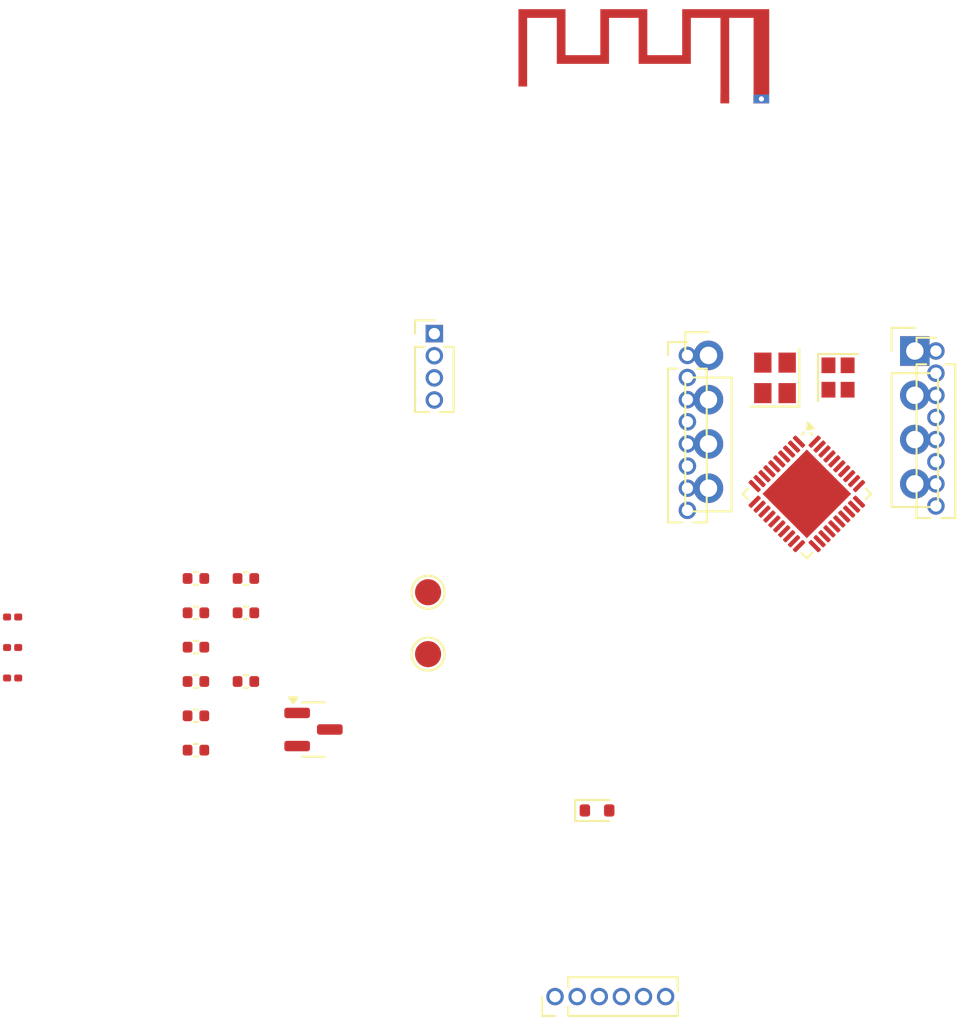
<source format=kicad_pcb>
(kicad_pcb (version 20240108) (generator "pcbnew") (generator_version "8.0")
  (layers (0 "F.Cu" signal) (31 "B.Cu" signal) (34 "B.Paste" user) (35 "F.Paste" user) (36 "B.SilkS" user "B.Silkscreen") (37 "F.SilkS" user "F.Silkscreen") (38 "B.Mask" user) (39 "F.Mask" user) (44 "Edge.Cuts" user))
  (net 0 "")
  (net 1 "GND")
  (net 2 "+5V")
  (net 3 "+3V3")
  (net 4 "XTAL_P")
  (net 5 "XTAL_N")
  (net 6 "32XTAL_P")
  (net 7 "32XTAL_N")
  (net 8 "GPIO17")
  (net 9 "USB_D-")
  (net 10 "USB_D+")
  (net 11 "GPIO16")
  (net 12 "GPIO9")
  (net 13 "EN")
  (net 14 "GPIO5")
  (net 15 "GPIO8")
  (net 16 "GPIO3")
  (net 17 "GPIO10")
  (net 18 "GPIO7")
  (net 19 "GPIO6")
  (net 20 "GPIO2")
  (net 21 "GPIO4")
  (net 22 "GPIO19")
  (net 23 "GPIO22")
  (net 24 "GPIO18")
  (net 25 "GPIO23")
  (net 26 "GPIO11")
  (net 27 "GPIO21")
  (net 28 "GPIO20")
  (net 29 "GPIO26")
  (net 30 "GPIO28")
  (net 31 "GPIO25")
  (net 32 "GPIO24")
  (net 33 "GPIO29")
  (net 34 "GPIO15")
  (net 35 "GPIO30")
  (net 36 "GPIO27")
  (net 37 "Net-(D1-K)")
  (net 38 "Net-(ANT1-Pad1)")
  (net 39 "Antenna")
  (footprint "Connector_PinHeader_1.27mm:PinHeader_1x04_P1.27mm_Vertical" (layer "F.Cu") (at 85.47 33.43)
    (property "Reference" "J5" (hide yes))
    (property "Value" "Conn_01x04" (hide yes))
    (fp_line (start -1.11 -0.76) (end 0 -0.76) (stroke (width 0.12)) (layer "F.SilkS"))
    (fp_line (start -1.11 0) (end -1.11 -0.76) (stroke (width 0.12)) (layer "F.SilkS"))
    (fp_line (start -1.11 0.76) (end -1.11 4.505) (stroke (width 0.12)) (layer "F.SilkS"))
    (fp_line (start -1.11 0.76) (end -0.563471 0.76) (stroke (width 0.12)) (layer "F.SilkS"))
    (fp_line (start -1.11 4.505) (end -0.30753 4.505) (stroke (width 0.12)) (layer "F.SilkS"))
    (fp_line (start 0.30753 4.505) (end 1.11 4.505) (stroke (width 0.12)) (layer "F.SilkS"))
    (fp_line (start 0.563471 0.76) (end 1.11 0.76) (stroke (width 0.12)) (layer "F.SilkS"))
    (fp_line (start 1.11 0.76) (end 1.11 4.505) (stroke (width 0.12)) (layer "F.SilkS"))
    (pad "1" thru_hole rect (at 0 0) (size 1 1) (drill 0.65) (layers "*.Cu" "*.Mask") (net 2 "+5V"))
    (pad "2" thru_hole oval (at 0 1.27) (size 1 1) (drill 0.65) (layers "*.Cu" "*.Mask") (net 3 "+3V3"))
    (pad "3" thru_hole oval (at 0 2.54) (size 1 1) (drill 0.65) (layers "*.Cu" "*.Mask") (net 3 "+3V3"))
    (pad "4" thru_hole oval (at 0 3.81) (size 1 1) (drill 0.65) (layers "*.Cu" "*.Mask") (net 1 "GND"))
  )
  (footprint "Capacitor_SMD:C_0201_0603Metric" (layer "F.Cu") (at 61.255 51.44)
    (property "Reference" "C13" (hide yes))
    (property "Value" "3.3pF" (hide yes))
    (pad "1" smd roundrect (at -0.32 0) (size 0.46 0.4) (layers "F.Cu" "F.Mask") (net 39 "Antenna"))
    (pad "2" smd roundrect (at 0.32 0) (size 0.46 0.4) (layers "F.Cu" "F.Mask") (net 1 "GND"))
  )
  (footprint "Capacitor_SMD:C_0402_1005Metric" (layer "F.Cu") (at 71.78 55.36)
    (property "Reference" "C5" (hide yes))
    (property "Value" "22pf" (hide yes))
    (fp_line (start -0.107836 -0.36) (end 0.107836 -0.36) (stroke (width 0.12)) (layer "F.SilkS"))
    (fp_line (start -0.107836 0.36) (end 0.107836 0.36) (stroke (width 0.12)) (layer "F.SilkS"))
    (pad "1" smd roundrect (at -0.48 0) (size 0.56 0.62) (layers "F.Cu" "F.Paste" "F.Mask") (net 6 "32XTAL_P"))
    (pad "2" smd roundrect (at 0.48 0) (size 0.56 0.62) (layers "F.Cu" "F.Paste" "F.Mask") (net 1 "GND"))
  )
  (footprint "Connector_PinHeader_1.27mm:PinHeader_1x08_P1.27mm_Vertical" (layer "F.Cu") (at 114.27 34.43)
    (property "Reference" "J3" (hide yes))
    (property "Value" "Conn_01x08" (hide yes))
    (fp_line (start -1.11 -0.76) (end 0 -0.76) (stroke (width 0.12)) (layer "F.SilkS"))
    (fp_line (start -1.11 0) (end -1.11 -0.76) (stroke (width 0.12)) (layer "F.SilkS"))
    (fp_line (start -1.11 0.76) (end -1.11 9.585) (stroke (width 0.12)) (layer "F.SilkS"))
    (fp_line (start -1.11 0.76) (end -0.563471 0.76) (stroke (width 0.12)) (layer "F.SilkS"))
    (fp_line (start -1.11 9.585) (end -0.30753 9.585) (stroke (width 0.12)) (layer "F.SilkS"))
    (fp_line (start 0.30753 9.585) (end 1.11 9.585) (stroke (width 0.12)) (layer "F.SilkS"))
    (fp_line (start 0.563471 0.76) (end 1.11 0.76) (stroke (width 0.12)) (layer "F.SilkS"))
    (fp_line (start 1.11 0.76) (end 1.11 9.585) (stroke (width 0.12)) (layer "F.SilkS"))
    (pad "1" thru_hole circle (at 0 0) (size 1 1) (drill 0.65) (layers "*.Cu" "*.Mask") (net 1 "GND"))
    (pad "2" thru_hole oval (at 0 1.27) (size 1 1) (drill 0.65) (layers "*.Cu" "*.Mask") (net 26 "GPIO11"))
    (pad "3" thru_hole oval (at 0 2.54) (size 1 1) (drill 0.65) (layers "*.Cu" "*.Mask") (net 24 "GPIO18"))
    (pad "4" thru_hole oval (at 0 3.81) (size 1 1) (drill 0.65) (layers "*.Cu" "*.Mask") (net 22 "GPIO19"))
    (pad "5" thru_hole oval (at 0 5.08) (size 1 1) (drill 0.65) (layers "*.Cu" "*.Mask") (net 28 "GPIO20"))
    (pad "6" thru_hole oval (at 0 6.35) (size 1 1) (drill 0.65) (layers "*.Cu" "*.Mask") (net 27 "GPIO21"))
    (pad "7" thru_hole oval (at 0 7.62) (size 1 1) (drill 0.65) (layers "*.Cu" "*.Mask") (net 23 "GPIO22"))
    (pad "8" thru_hole oval (at 0 8.89) (size 1 1) (drill 0.65) (layers "*.Cu" "*.Mask") (net 25 "GPIO23"))
  )
  (footprint "Capacitor_SMD:C_0402_1005Metric" (layer "F.Cu") (at 74.65 49.45)
    (property "Reference" "C8" (hide yes))
    (property "Value" "1uf" (hide yes))
    (fp_line (start -0.107836 -0.36) (end 0.107836 -0.36) (stroke (width 0.12)) (layer "F.SilkS"))
    (fp_line (start -0.107836 0.36) (end 0.107836 0.36) (stroke (width 0.12)) (layer "F.SilkS"))
    (pad "1" smd roundrect (at -0.48 0) (size 0.56 0.62) (layers "F.Cu" "F.Paste" "F.Mask") (net 3 "+3V3"))
    (pad "2" smd roundrect (at 0.48 0) (size 0.56 0.62) (layers "F.Cu" "F.Paste" "F.Mask") (net 1 "GND"))
  )
  (footprint "Capacitor_SMD:C_0402_1005Metric" (layer "F.Cu") (at 71.78 53.39)
    (property "Reference" "C4" (hide yes))
    (property "Value" "22pF" (hide yes))
    (fp_line (start -0.107836 -0.36) (end 0.107836 -0.36) (stroke (width 0.12)) (layer "F.SilkS"))
    (fp_line (start -0.107836 0.36) (end 0.107836 0.36) (stroke (width 0.12)) (layer "F.SilkS"))
    (pad "1" smd roundrect (at -0.48 0) (size 0.56 0.62) (layers "F.Cu" "F.Paste" "F.Mask") (net 5 "XTAL_N"))
    (pad "2" smd roundrect (at 0.48 0) (size 0.56 0.62) (layers "F.Cu" "F.Paste" "F.Mask") (net 1 "GND"))
  )
  (footprint "Crystal:Crystal_SMD_2520-4Pin_2.5x2.0mm" (layer "F.Cu") (at 105.03 35.97 90)
    (property "Reference" "Y2" (hide yes))
    (property "Value" "SX2M32.768KM20F30TNN" (hide yes))
    (fp_line (start -1.65 -1.4) (end -1.65 1.4) (stroke (width 0.12)) (layer "F.SilkS"))
    (fp_line (start -1.65 1.4) (end 1.65 1.4) (stroke (width 0.12)) (layer "F.SilkS"))
    (pad "1" smd rect (at -0.875 0.7 90) (size 1.15 1) (layers "F.Cu" "F.Paste" "F.Mask") (net 6 "32XTAL_P"))
    (pad "2" smd rect (at 0.875 0.7 90) (size 1.15 1) (layers "F.Cu" "F.Paste" "F.Mask") (net 1 "GND"))
    (pad "3" smd rect (at 0.875 -0.7 90) (size 1.15 1) (layers "F.Cu" "F.Paste" "F.Mask") (net 7 "32XTAL_N"))
    (pad "4" smd rect (at -0.875 -0.7 90) (size 1.15 1) (layers "F.Cu" "F.Paste" "F.Mask") (net 1 "GND"))
  )
  (footprint "Package_DFN_QFN:QFN-40-1EP_5x5mm_P0.4mm_EP3.6x3.6mm" (layer "F.Cu") (at 106.859219 42.626365 -45)
    (property "Reference" "MCU1" (hide yes))
    (property "Value" "ESP32-C6" (hide yes))
    (fp_line (start -2.61 2.61) (end -2.61 2.185) (stroke (width 0.12)) (layer "F.SilkS"))
    (fp_line (start -2.185 2.61) (end -2.61 2.61) (stroke (width 0.12)) (layer "F.SilkS"))
    (fp_line (start -2.61 -2.185) (end -2.61 -2.37) (stroke (width 0.12)) (layer "F.SilkS"))
    (fp_line (start 2.185 2.61) (end 2.61 2.61) (stroke (width 0.12)) (layer "F.SilkS"))
    (fp_line (start 2.61 2.61) (end 2.61 2.185) (stroke (width 0.12)) (layer "F.SilkS"))
    (fp_line (start -2.185 -2.61) (end -2.31 -2.61) (stroke (width 0.12)) (layer "F.SilkS"))
    (fp_line (start 2.185 -2.61) (end 2.61 -2.61) (stroke (width 0.12)) (layer "F.SilkS"))
    (fp_line (start 2.61 -2.61) (end 2.61 -2.185) (stroke (width 0.12)) (layer "F.SilkS"))
    (fp_poly (pts (xy -2.61 -2.61) (xy -2.85 -2.94) (xy -2.37 -2.94) (xy -2.61 -2.61)) (stroke (width 0.12)) (fill solid) (layer "F.SilkS"))
    (pad "1" smd roundrect (at -2.4375 -1.8 315) (size 0.825 0.25) (layers "F.Cu" "F.Paste" "F.Mask") (net 39 "Antenna"))
    (pad "2" smd roundrect (at -2.4375 -1.4 315) (size 0.825 0.25) (layers "F.Cu" "F.Paste" "F.Mask") (net 3 "+3V3"))
    (pad "3" smd roundrect (at -2.4375 -1 315) (size 0.825 0.25) (layers "F.Cu" "F.Paste" "F.Mask") (net 3 "+3V3"))
    (pad "4" smd roundrect (at -2.4375 -0.6 315) (size 0.825 0.25) (layers "F.Cu" "F.Paste" "F.Mask") (net 13 "EN"))
    (pad "5" smd roundrect (at -2.4375 -0.2 315) (size 0.825 0.25) (layers "F.Cu" "F.Paste" "F.Mask") (net 3 "+3V3"))
    (pad "6" smd roundrect (at -2.4375 0.2 315) (size 0.825 0.25) (layers "F.Cu" "F.Paste" "F.Mask") (net 6 "32XTAL_P"))
    (pad "7" smd roundrect (at -2.4375 0.6 315) (size 0.825 0.25) (layers "F.Cu" "F.Paste" "F.Mask") (net 7 "32XTAL_N"))
    (pad "8" smd roundrect (at -2.4375 1 315) (size 0.825 0.25) (layers "F.Cu" "F.Paste" "F.Mask") (net 20 "GPIO2"))
    (pad "9" smd roundrect (at -2.4375 1.4 315) (size 0.825 0.25) (layers "F.Cu" "F.Paste" "F.Mask") (net 16 "GPIO3"))
    (pad "10" smd roundrect (at -2.4375 1.8 315) (size 0.825 0.25) (layers "F.Cu" "F.Paste" "F.Mask") (net 21 "GPIO4"))
    (pad "11" smd roundrect (at -1.8 2.4375 315) (size 0.25 0.825) (layers "F.Cu" "F.Paste" "F.Mask") (net 14 "GPIO5"))
    (pad "12" smd roundrect (at -1.4 2.4375 315) (size 0.25 0.825) (layers "F.Cu" "F.Paste" "F.Mask") (net 19 "GPIO6"))
    (pad "13" smd roundrect (at -1 2.4375 315) (size 0.25 0.825) (layers "F.Cu" "F.Paste" "F.Mask") (net 18 "GPIO7"))
    (pad "14" smd roundrect (at -0.6 2.4375 315) (size 0.25 0.825) (layers "F.Cu" "F.Paste" "F.Mask") (net 15 "GPIO8"))
    (pad "15" smd roundrect (at -0.2 2.4375 315) (size 0.25 0.825) (layers "F.Cu" "F.Paste" "F.Mask") (net 12 "GPIO9"))
    (pad "16" smd roundrect (at 0.2 2.4375 315) (size 0.25 0.825) (layers "F.Cu" "F.Paste" "F.Mask") (net 17 "GPIO10"))
    (pad "17" smd roundrect (at 0.6 2.4375 315) (size 0.25 0.825) (layers "F.Cu" "F.Paste" "F.Mask") (net 26 "GPIO11"))
    (pad "18" smd roundrect (at 1 2.4375 315) (size 0.25 0.825) (layers "F.Cu" "F.Paste" "F.Mask") (net 9 "USB_D-"))
    (pad "19" smd roundrect (at 1.4 2.4375 315) (size 0.25 0.825) (layers "F.Cu" "F.Paste" "F.Mask") (net 10 "USB_D+"))
    (pad "20" smd roundrect (at 1.8 2.4375 315) (size 0.25 0.825) (layers "F.Cu" "F.Paste" "F.Mask") (net 32 "GPIO24"))
    (pad "21" smd roundrect (at 2.4375 1.8 315) (size 0.825 0.25) (layers "F.Cu" "F.Paste" "F.Mask") (net 31 "GPIO25"))
    (pad "22" smd roundrect (at 2.4375 1.4 315) (size 0.825 0.25) (layers "F.Cu" "F.Paste" "F.Mask") (net 29 "GPIO26"))
    (pad "23" smd roundrect (at 2.4375 1 315) (size 0.825 0.25) (layers "F.Cu" "F.Paste" "F.Mask") (net 36 "GPIO27"))
    (pad "24" smd roundrect (at 2.4375 0.6 315) (size 0.825 0.25) (layers "F.Cu" "F.Paste" "F.Mask") (net 30 "GPIO28"))
    (pad "25" smd roundrect (at 2.4375 0.2 315) (size 0.825 0.25) (layers "F.Cu" "F.Paste" "F.Mask") (net 33 "GPIO29"))
    (pad "26" smd roundrect (at 2.4375 -0.2 315) (size 0.825 0.25) (layers "F.Cu" "F.Paste" "F.Mask") (net 35 "GPIO30"))
    (pad "27" smd roundrect (at 2.4375 -0.6 315) (size 0.825 0.25) (layers "F.Cu" "F.Paste" "F.Mask") (net 34 "GPIO15"))
    (pad "28" smd roundrect (at 2.4375 -1 315) (size 0.825 0.25) (layers "F.Cu" "F.Paste" "F.Mask") (net 3 "+3V3"))
    (pad "29" smd roundrect (at 2.4375 -1.4 315) (size 0.825 0.25) (layers "F.Cu" "F.Paste" "F.Mask") (net 11 "GPIO16"))
    (pad "30" smd roundrect (at 2.4375 -1.8 315) (size 0.825 0.25) (layers "F.Cu" "F.Paste" "F.Mask") (net 8 "GPIO17"))
    (pad "31" smd roundrect (at 1.8 -2.4375 315) (size 0.25 0.825) (layers "F.Cu" "F.Paste" "F.Mask") (net 24 "GPIO18"))
    (pad "32" smd roundrect (at 1.4 -2.4375 315) (size 0.25 0.825) (layers "F.Cu" "F.Paste" "F.Mask") (net 22 "GPIO19"))
    (pad "33" smd roundrect (at 1 -2.4375 315) (size 0.25 0.825) (layers "F.Cu" "F.Paste" "F.Mask") (net 28 "GPIO20"))
    (pad "34" smd roundrect (at 0.6 -2.4375 315) (size 0.25 0.825) (layers "F.Cu" "F.Paste" "F.Mask") (net 27 "GPIO21"))
    (pad "35" smd roundrect (at 0.2 -2.4375 315) (size 0.25 0.825) (layers "F.Cu" "F.Paste" "F.Mask") (net 23 "GPIO22"))
    (pad "36" smd roundrect (at -0.2 -2.4375 315) (size 0.25 0.825) (layers "F.Cu" "F.Paste" "F.Mask") (net 25 "GPIO23"))
    (pad "37" smd roundrect (at -0.6 -2.4375 315) (size 0.25 0.825) (layers "F.Cu" "F.Paste" "F.Mask") (net 3 "+3V3"))
    (pad "38" smd roundrect (at -1 -2.4375 315) (size 0.25 0.825) (layers "F.Cu" "F.Paste" "F.Mask") (net 5 "XTAL_N"))
    (pad "39" smd roundrect (at -1.4 -2.4375 315) (size 0.25 0.825) (layers "F.Cu" "F.Paste" "F.Mask") (net 4 "XTAL_P"))
    (pad "40" smd roundrect (at -1.8 -2.4375 315) (size 0.25 0.825) (layers "F.Cu" "F.Paste" "F.Mask") (net 3 "+3V3"))
    (pad "41" smd rect (at 0 0 315) (size 3.6 3.6) (property pad_prop_heatsink) (layers "F.Cu" "F.Mask") (net 1 "GND"))
  )
  (footprint "TestPoint:TestPoint_Pad_D1.5mm" (layer "F.Cu") (at 85.11 51.82)
    (property "Reference" "TP2" (hide yes))
    (property "Value" "TestPoint" (hide yes))
    (fp_circle (center 0 0) (end 0 0.95) (stroke (width 0.12)) (fill none) (layer "F.SilkS"))
    (pad "1" smd circle (at 0 0) (size 1.5 1.5) (layers "F.Cu" "F.Mask") (net 10 "USB_D+"))
  )
  (footprint "Capacitor_SMD:C_0402_1005Metric" (layer "F.Cu") (at 74.65 47.48)
    (property "Reference" "C7" (hide yes))
    (property "Value" "1uf" (hide yes))
    (fp_line (start -0.107836 -0.36) (end 0.107836 -0.36) (stroke (width 0.12)) (layer "F.SilkS"))
    (fp_line (start -0.107836 0.36) (end 0.107836 0.36) (stroke (width 0.12)) (layer "F.SilkS"))
    (pad "1" smd roundrect (at -0.48 0) (size 0.56 0.62) (layers "F.Cu" "F.Paste" "F.Mask") (net 3 "+3V3"))
    (pad "2" smd roundrect (at 0.48 0) (size 0.56 0.62) (layers "F.Cu" "F.Paste" "F.Mask") (net 1 "GND"))
  )
  (footprint "Capacitor_SMD:C_0201_0603Metric" (layer "F.Cu") (at 61.255 49.69)
    (property "Reference" "C12" (hide yes))
    (property "Value" "3.3pF" (hide yes))
    (pad "1" smd roundrect (at -0.32 0) (size 0.46 0.4) (layers "F.Cu" "F.Mask") (net 38 "Net-(ANT1-Pad1)"))
    (pad "2" smd roundrect (at 0.32 0) (size 0.46 0.4) (layers "F.Cu" "F.Mask") (net 1 "GND"))
  )
  (footprint "Connector_PinHeader_2.54mm:PinHeader_1x04_P2.54mm_Vertical" (layer "F.Cu") (at 101.21 34.68)
    (property "Reference" "J4" (hide yes))
    (property "Value" "Conn_01x04" (hide yes))
    (fp_line (start -1.33 -1.33) (end 0 -1.33) (stroke (width 0.12)) (layer "F.SilkS"))
    (fp_line (start -1.33 0) (end -1.33 -1.33) (stroke (width 0.12)) (layer "F.SilkS"))
    (fp_line (start -1.33 1.27) (end -1.33 8.95) (stroke (width 0.12)) (layer "F.SilkS"))
    (fp_line (start -1.33 1.27) (end 1.33 1.27) (stroke (width 0.12)) (layer "F.SilkS"))
    (fp_line (start -1.33 8.95) (end 1.33 8.95) (stroke (width 0.12)) (layer "F.SilkS"))
    (fp_line (start 1.33 1.27) (end 1.33 8.95) (stroke (width 0.12)) (layer "F.SilkS"))
    (pad "1" thru_hole circle (at 0 0) (size 1.7 1.7) (drill 1) (layers "*.Cu" "*.Mask") (net 20 "GPIO2"))
    (pad "2" thru_hole oval (at 0 2.54) (size 1.7 1.7) (drill 1) (layers "*.Cu" "*.Mask") (net 21 "GPIO4"))
    (pad "3" thru_hole oval (at 0 5.08) (size 1.7 1.7) (drill 1) (layers "*.Cu" "*.Mask") (net 19 "GPIO6"))
    (pad "4" thru_hole oval (at 0 7.62) (size 1.7 1.7) (drill 1) (layers "*.Cu" "*.Mask") (net 15 "GPIO8"))
  )
  (footprint "Inductor_SMD:L_0201_0603Metric" (layer "F.Cu") (at 61.255 53.19)
    (property "Reference" "L1" (hide yes))
    (property "Value" "2.2nH" (hide yes))
    (pad "1" smd roundrect (at -0.32 0) (size 0.46 0.4) (layers "F.Cu" "F.Mask") (net 38 "Net-(ANT1-Pad1)"))
    (pad "2" smd roundrect (at 0.32 0) (size 0.46 0.4) (layers "F.Cu" "F.Mask") (net 39 "Antenna"))
  )
  (footprint "RF_Antenna:Texas_SWRA117D_2.4GHz_Left" (layer "F.Cu") (at 102.15 19.965)
    (property "Reference" "ANT1" (hide yes))
    (property "Value" "WIFI_ANT" (hide yes))
    (fp_poly (pts (xy -2.45 -2.51) (xy -4.45 -2.51) (xy -4.45 -5.15) (xy -7.15 -5.15) (xy -7.15 -2.51) (xy -9.15 -2.51) (xy -9.15 -5.15) (xy -11.85 -5.15) (xy -11.85 -0.71) (xy -11.35 -0.71) (xy -11.35 -4.65) (xy -9.65 -4.65) (xy -9.65 -2.01) (xy -6.65 -2.01) (xy -6.65 -4.65) (xy -4.95 -4.65) (xy -4.95 -2.01) (xy -1.95 -2.01) (xy -1.95 -4.65) (xy -0.25 -4.65) (xy -0.25 0.25) (xy 0.25 0.25) (xy 0.25 -4.65) (xy 1.65 -4.65) (xy 1.65 0.25) (xy 2.55 0.25) (xy 2.55 0.006785) (xy 2.247583 0.006785) (xy 2.237742 0.054395) (xy 2.213674 0.096797) (xy 2.175731 0.129581) (xy 2.167819 0.133935) (xy 2.125156 0.146043) (xy 2.076637 0.1453) (xy 2.031122 0.1324) (xy 2.012511 0.121787) (xy 1.978868 0.086553) (xy 1.958309 0.041368) (xy 1.951778 -0.008158) (xy 1.960218 -0.056417) (xy 1.977112 -0.088643) (xy 2.012372 -0.121313) (xy 2.057682 -0.141408) (xy 2.107267 -0.147982) (xy 2.155353 -0.140092) (xy 2.188245 -0.123186) (xy 2.223185 -0.086416) (xy 2.242847 -0.041622) (xy 2.247583 0.006785) (xy 2.55 0.006785) (xy 2.55 -5.15) (xy -2.45 -5.15) (xy -2.45 -2.51)) (fill solid) (layer "F.Cu"))
    (pad "1" connect rect (at 0 0) (size 0.5 0.5) (layers "F.Cu") (net 38 "Net-(ANT1-Pad1)"))
    (pad "2" thru_hole rect (at 2.1 0) (size 0.9 0.5) (drill 0.3) (layers "*.Cu") (net 1 "GND"))
  )
  (footprint "Capacitor_SMD:C_0402_1005Metric" (layer "F.Cu") (at 71.78 47.48)
    (property "Reference" "C1" (hide yes))
    (property "Value" "1uf" (hide yes))
    (fp_line (start -0.107836 -0.36) (end 0.107836 -0.36) (stroke (width 0.12)) (layer "F.SilkS"))
    (fp_line (start -0.107836 0.36) (end 0.107836 0.36) (stroke (width 0.12)) (layer "F.SilkS"))
    (pad "1" smd roundrect (at -0.48 0) (size 0.56 0.62) (layers "F.Cu" "F.Paste" "F.Mask") (net 37 "Net-(D1-K)"))
    (pad "2" smd roundrect (at 0.48 0) (size 0.56 0.62) (layers "F.Cu" "F.Paste" "F.Mask") (net 1 "GND"))
  )
  (footprint "Diode_SMD:D_SOD-523" (layer "F.Cu") (at 94.8125 60.79)
    (property "Reference" "D1" (hide yes))
    (property "Value" "SOD-523 General" (hide yes))
    (fp_line (start -1.26 -0.6) (end -1.26 0.6) (stroke (width 0.12)) (layer "F.SilkS"))
    (fp_line (start 0.7 -0.6) (end -1.26 -0.6) (stroke (width 0.12)) (layer "F.SilkS"))
    (fp_line (start 0.7 0.6) (end -1.26 0.6) (stroke (width 0.12)) (layer "F.SilkS"))
    (pad "1" smd roundrect (at -0.7 0 180) (size 0.6 0.7) (layers "F.Cu" "F.Paste" "F.Mask") (net 37 "Net-(D1-K)"))
    (pad "2" smd roundrect (at 0.7 0 180) (size 0.6 0.7) (layers "F.Cu" "F.Paste" "F.Mask") (net 2 "+5V"))
  )
  (footprint "Capacitor_SMD:C_0402_1005Metric" (layer "F.Cu") (at 71.78 57.33)
    (property "Reference" "C6" (hide yes))
    (property "Value" "22pF" (hide yes))
    (fp_line (start -0.107836 -0.36) (end 0.107836 -0.36) (stroke (width 0.12)) (layer "F.SilkS"))
    (fp_line (start -0.107836 0.36) (end 0.107836 0.36) (stroke (width 0.12)) (layer "F.SilkS"))
    (pad "1" smd roundrect (at -0.48 0) (size 0.56 0.62) (layers "F.Cu" "F.Paste" "F.Mask") (net 7 "32XTAL_N"))
    (pad "2" smd roundrect (at 0.48 0) (size 0.56 0.62) (layers "F.Cu" "F.Paste" "F.Mask") (net 1 "GND"))
  )
  (footprint "Package_TO_SOT_SMD:SOT-23" (layer "F.Cu") (at 78.53 56.145)
    (property "Reference" "U2" (hide yes))
    (property "Value" "ZL6201A33S3" (hide yes))
    (fp_line (start 0 -1.56) (end -0.65 -1.56) (stroke (width 0.12)) (layer "F.SilkS"))
    (fp_line (start 0 -1.56) (end 0.65 -1.56) (stroke (width 0.12)) (layer "F.SilkS"))
    (fp_line (start 0 1.56) (end -0.65 1.56) (stroke (width 0.12)) (layer "F.SilkS"))
    (fp_line (start 0 1.56) (end 0.65 1.56) (stroke (width 0.12)) (layer "F.SilkS"))
    (fp_poly (pts (xy -1.1625 -1.51) (xy -1.4025 -1.84) (xy -0.9225 -1.84) (xy -1.1625 -1.51)) (stroke (width 0.12)) (fill solid) (layer "F.SilkS"))
    (pad "1" smd roundrect (at -0.9375 -0.95) (size 1.475 0.6) (layers "F.Cu" "F.Paste" "F.Mask") (net 1 "GND"))
    (pad "2" smd roundrect (at -0.9375 0.95) (size 1.475 0.6) (layers "F.Cu" "F.Paste" "F.Mask") (net 3 "+3V3"))
    (pad "3" smd roundrect (at 0.9375 0) (size 1.475 0.6) (layers "F.Cu" "F.Paste" "F.Mask") (net 37 "Net-(D1-K)"))
  )
  (footprint "Connector_PinHeader_1.27mm:PinHeader_1x08_P1.27mm_Vertical" (layer "F.Cu") (at 100 34.68)
    (property "Reference" "J2" (hide yes))
    (property "Value" "Conn_01x08" (hide yes))
    (fp_line (start -1.11 -0.76) (end 0 -0.76) (stroke (width 0.12)) (layer "F.SilkS"))
    (fp_line (start -1.11 0) (end -1.11 -0.76) (stroke (width 0.12)) (layer "F.SilkS"))
    (fp_line (start -1.11 0.76) (end -1.11 9.585) (stroke (width 0.12)) (layer "F.SilkS"))
    (fp_line (start -1.11 0.76) (end -0.563471 0.76) (stroke (width 0.12)) (layer "F.SilkS"))
    (fp_line (start -1.11 9.585) (end -0.30753 9.585) (stroke (width 0.12)) (layer "F.SilkS"))
    (fp_line (start 0.30753 9.585) (end 1.11 9.585) (stroke (width 0.12)) (layer "F.SilkS"))
    (fp_line (start 0.563471 0.76) (end 1.11 0.76) (stroke (width 0.12)) (layer "F.SilkS"))
    (fp_line (start 1.11 0.76) (end 1.11 9.585) (stroke (width 0.12)) (layer "F.SilkS"))
    (pad "1" thru_hole circle (at 0 0) (size 1 1) (drill 0.65) (layers "*.Cu" "*.Mask") (net 20 "GPIO2"))
    (pad "2" thru_hole oval (at 0 1.27) (size 1 1) (drill 0.65) (layers "*.Cu" "*.Mask") (net 16 "GPIO3"))
    (pad "3" thru_hole oval (at 0 2.54) (size 1 1) (drill 0.65) (layers "*.Cu" "*.Mask") (net 21 "GPIO4"))
    (pad "4" thru_hole oval (at 0 3.81) (size 1 1) (drill 0.65) (layers "*.Cu" "*.Mask") (net 14 "GPIO5"))
    (pad "5" thru_hole oval (at 0 5.08) (size 1 1) (drill 0.65) (layers "*.Cu" "*.Mask") (net 19 "GPIO6"))
    (pad "6" thru_hole oval (at 0 6.35) (size 1 1) (drill 0.65) (layers "*.Cu" "*.Mask") (net 18 "GPIO7"))
    (pad "7" thru_hole oval (at 0 7.62) (size 1 1) (drill 0.65) (layers "*.Cu" "*.Mask") (net 15 "GPIO8"))
    (pad "8" thru_hole oval (at 0 8.89) (size 1 1) (drill 0.65) (layers "*.Cu" "*.Mask") (net 17 "GPIO10"))
  )
  (footprint "Capacitor_SMD:C_0402_1005Metric" (layer "F.Cu") (at 74.65 53.39)
    (property "Reference" "C10" (hide yes))
    (property "Value" "1uf" (hide yes))
    (fp_line (start -0.107836 -0.36) (end 0.107836 -0.36) (stroke (width 0.12)) (layer "F.SilkS"))
    (fp_line (start -0.107836 0.36) (end 0.107836 0.36) (stroke (width 0.12)) (layer "F.SilkS"))
    (pad "1" smd roundrect (at -0.48 0) (size 0.56 0.62) (layers "F.Cu" "F.Paste" "F.Mask") (net 3 "+3V3"))
    (pad "2" smd roundrect (at 0.48 0) (size 0.56 0.62) (layers "F.Cu" "F.Paste" "F.Mask") (net 1 "GND"))
  )
  (footprint "Crystal:Crystal_SMD_2016-4Pin_2.0x1.6mm" (layer "F.Cu") (at 108.65 35.95 -90)
    (property "Reference" "Y1" (hide yes))
    (property "Value" "2016-4P 40MHz" (hide yes))
    (fp_line (start -1.35 1.15) (end 1.35 1.15) (stroke (width 0.12)) (layer "F.SilkS"))
    (fp_line (start -1.35 -1.15) (end -1.35 1.15) (stroke (width 0.12)) (layer "F.SilkS"))
    (pad "1" smd rect (at -0.7 0.55 270) (size 0.9 0.8) (layers "F.Cu" "F.Paste" "F.Mask") (net 4 "XTAL_P"))
    (pad "2" smd rect (at 0.7 0.55 270) (size 0.9 0.8) (layers "F.Cu" "F.Paste" "F.Mask") (net 1 "GND"))
    (pad "3" smd rect (at 0.7 -0.55 270) (size 0.9 0.8) (layers "F.Cu" "F.Paste" "F.Mask") (net 5 "XTAL_N"))
    (pad "4" smd rect (at -0.7 -0.55 270) (size 0.9 0.8) (layers "F.Cu" "F.Paste" "F.Mask") (net 1 "GND"))
  )
  (footprint "Capacitor_SMD:C_0402_1005Metric" (layer "F.Cu") (at 71.78 49.45)
    (property "Reference" "C2" (hide yes))
    (property "Value" "1uf" (hide yes))
    (fp_line (start -0.107836 -0.36) (end 0.107836 -0.36) (stroke (width 0.12)) (layer "F.SilkS"))
    (fp_line (start -0.107836 0.36) (end 0.107836 0.36) (stroke (width 0.12)) (layer "F.SilkS"))
    (pad "1" smd roundrect (at -0.48 0) (size 0.56 0.62) (layers "F.Cu" "F.Paste" "F.Mask") (net 3 "+3V3"))
    (pad "2" smd roundrect (at 0.48 0) (size 0.56 0.62) (layers "F.Cu" "F.Paste" "F.Mask") (net 1 "GND"))
  )
  (footprint "Connector_PinHeader_1.27mm:PinHeader_1x06_P1.27mm_Vertical" (layer "F.Cu") (at 92.4 71.47 90)
    (property "Reference" "J1" (hide yes))
    (property "Value" "Conn_01x06" (hide yes))
    (fp_line (start -1.11 -0.76) (end 0 -0.76) (stroke (width 0.12)) (layer "F.SilkS"))
    (fp_line (start -1.11 0) (end -1.11 -0.76) (stroke (width 0.12)) (layer "F.SilkS"))
    (fp_line (start 1.11 0.76) (end 1.11 7.045) (stroke (width 0.12)) (layer "F.SilkS"))
    (fp_line (start 0.563471 0.76) (end 1.11 0.76) (stroke (width 0.12)) (layer "F.SilkS"))
    (fp_line (start -1.11 0.76) (end -0.563471 0.76) (stroke (width 0.12)) (layer "F.SilkS"))
    (fp_line (start -1.11 0.76) (end -1.11 7.045) (stroke (width 0.12)) (layer "F.SilkS"))
    (fp_line (start 0.30753 7.045) (end 1.11 7.045) (stroke (width 0.12)) (layer "F.SilkS"))
    (fp_line (start -1.11 7.045) (end -0.30753 7.045) (stroke (width 0.12)) (layer "F.SilkS"))
    (pad "1" thru_hole circle (at 0 0 90) (size 1 1) (drill 0.65) (layers "*.Cu" "*.Mask") (net 12 "GPIO9"))
    (pad "2" thru_hole oval (at 0 1.27 90) (size 1 1) (drill 0.65) (layers "*.Cu" "*.Mask") (net 13 "EN"))
    (pad "3" thru_hole oval (at 0 2.54 90) (size 1 1) (drill 0.65) (layers "*.Cu" "*.Mask") (net 11 "GPIO16"))
    (pad "4" thru_hole oval (at 0 3.81 90) (size 1 1) (drill 0.65) (layers "*.Cu" "*.Mask") (net 8 "GPIO17"))
    (pad "5" thru_hole oval (at 0 5.08 90) (size 1 1) (drill 0.65) (layers "*.Cu" "*.Mask") (net 10 "USB_D+"))
    (pad "6" thru_hole oval (at 0 6.35 90) (size 1 1) (drill 0.65) (layers "*.Cu" "*.Mask") (net 9 "USB_D-"))
  )
  (footprint "Connector_PinHeader_2.54mm:PinHeader_1x04_P2.54mm_Vertical" (layer "F.Cu") (at 113.06 34.43)
    (property "Reference" "J6" (hide yes))
    (property "Value" "Conn_01x04" (hide yes))
    (fp_line (start -1.33 -1.33) (end 0 -1.33) (stroke (width 0.12)) (layer "F.SilkS"))
    (fp_line (start -1.33 0) (end -1.33 -1.33) (stroke (width 0.12)) (layer "F.SilkS"))
    (fp_line (start -1.33 1.27) (end -1.33 8.95) (stroke (width 0.12)) (layer "F.SilkS"))
    (fp_line (start -1.33 1.27) (end 1.33 1.27) (stroke (width 0.12)) (layer "F.SilkS"))
    (fp_line (start -1.33 8.95) (end 1.33 8.95) (stroke (width 0.12)) (layer "F.SilkS"))
    (fp_line (start 1.33 1.27) (end 1.33 8.95) (stroke (width 0.12)) (layer "F.SilkS"))
    (pad "1" thru_hole rect (at 0 0) (size 1.7 1.7) (drill 1) (layers "*.Cu" "*.Mask") (net 1 "GND"))
    (pad "2" thru_hole oval (at 0 2.54) (size 1.7 1.7) (drill 1) (layers "*.Cu" "*.Mask") (net 24 "GPIO18"))
    (pad "3" thru_hole oval (at 0 5.08) (size 1.7 1.7) (drill 1) (layers "*.Cu" "*.Mask") (net 28 "GPIO20"))
    (pad "4" thru_hole oval (at 0 7.62) (size 1.7 1.7) (drill 1) (layers "*.Cu" "*.Mask") (net 23 "GPIO22"))
  )
  (footprint "TestPoint:TestPoint_Pad_D1.5mm" (layer "F.Cu") (at 85.11 48.27)
    (property "Reference" "TP1" (hide yes))
    (property "Value" "TestPoint" (hide yes))
    (fp_circle (center 0 0) (end 0 0.95) (stroke (width 0.12)) (fill none) (layer "F.SilkS"))
    (pad "1" smd circle (at 0 0) (size 1.5 1.5) (layers "F.Cu" "F.Mask") (net 9 "USB_D-"))
  )
  (footprint "Capacitor_SMD:C_0402_1005Metric" (layer "F.Cu") (at 71.78 51.42)
    (property "Reference" "C3" (hide yes))
    (property "Value" "22pf" (hide yes))
    (fp_line (start -0.107836 -0.36) (end 0.107836 -0.36) (stroke (width 0.12)) (layer "F.SilkS"))
    (fp_line (start -0.107836 0.36) (end 0.107836 0.36) (stroke (width 0.12)) (layer "F.SilkS"))
    (pad "1" smd roundrect (at -0.48 0) (size 0.56 0.62) (layers "F.Cu" "F.Paste" "F.Mask") (net 4 "XTAL_P"))
    (pad "2" smd roundrect (at 0.48 0) (size 0.56 0.62) (layers "F.Cu" "F.Paste" "F.Mask") (net 1 "GND"))
  )
)
</source>
